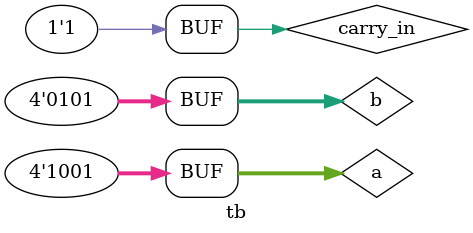
<source format=v>
`timescale 1ns/1ns

module tb;

reg [3:0]a,b;
reg carry_in;
wire [3:0]sum;
wire carry_out;

bcd_adder dut (.a(a),.b(b),.carry_in(carry_in),.sum(sum),.carry_out(carry_out));

initial
begin
#2 a=4'd2;b=4'd5;carry_in = 1'b0;
#2 a=4'd7;b=4'd7;carry_in = 1'b0;
#2 a=4'd8;b=4'd2;carry_in = 1'b1;
#2 a=4'd2;b=4'd0;carry_in = 1'b0;
#2 a=4'd1;b=4'd3;carry_in = 1'b1;
#2 a=4'd9;b=4'd5;carry_in = 1'b1;

end

initial
$monitor("a = %d | b = %d | carry_in = %d | sum = %d | carry_out = %d",a,b,carry_in,sum,carry_out);


endmodule
</source>
